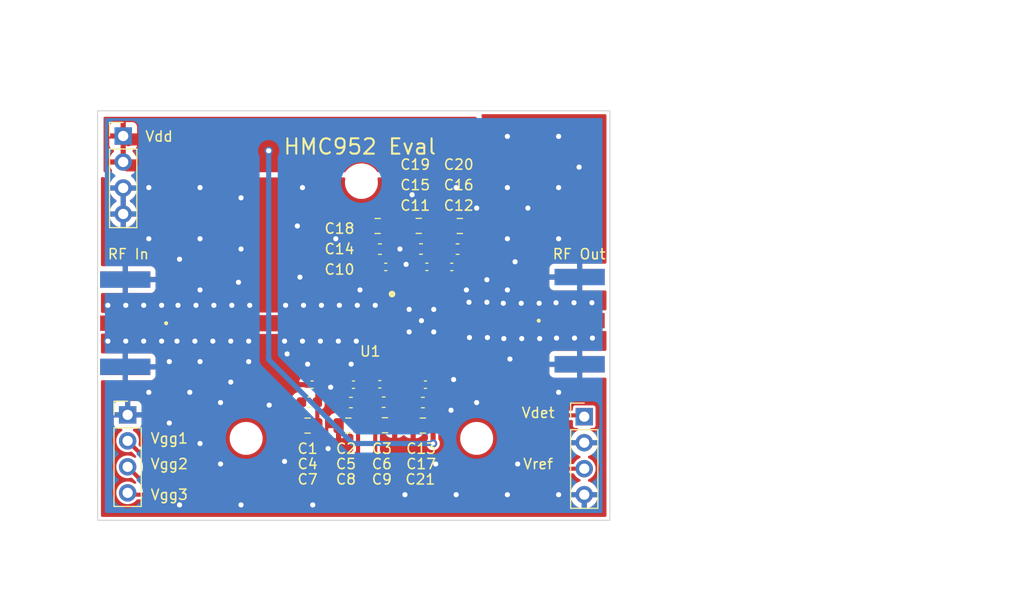
<source format=kicad_pcb>
(kicad_pcb (version 20211014) (generator pcbnew)
  (layers (0 "F.Cu" signal) (31 "B.Cu" signal) (34 "B.Paste" user) (35 "F.Paste" user) (36 "B.SilkS" user "B.Silkscreen") (37 "F.SilkS" user "F.Silkscreen") (38 "B.Mask" user) (39 "F.Mask" user) (44 "Edge.Cuts" user))
  (net 0 "")
  (net 1 "GND")
  (net 2 "/Vd_PA")
  (net 3 "/RF_out")
  (net 4 "/Vdet")
  (net 5 "/RF_In")
  (net 6 "/Vref")
  (net 7 "/Vg_PA1")
  (net 8 "/Vg_PA2")
  (net 9 "/Vg_PA3")
  (footprint "Capacitor_SMD:C_0603_1608Metric" (layer "F.Cu") (at 117.924 110.464 180)
    (fp_text reference "C6" (at 0.174 -6.036) (layer "F.SilkS"))
    (fp_text value "10nF")
    (fp_line (start -0.14058 0.51) (end 0.14058 0.51) (layer "F.SilkS") (width 0.12))
    (fp_line (start -0.14058 -0.51) (end 0.14058 -0.51) (layer "F.SilkS") (width 0.12))
    (pad "1" smd roundrect (at -0.775 0 180) (size 0.9 0.95) (layers "F.Cu" "F.Paste" "F.Mask") (net 1 "GND"))
    (pad "2" smd roundrect (at 0.775 0 180) (size 0.9 0.95) (layers "F.Cu" "F.Paste" "F.Mask") (net 9 "/Vg_PA3"))
  )
  (footprint "Connector_PinHeader_2.54mm:PinHeader_1x04_P2.54mm_Vertical" (layer "F.Cu") (at 92.9325 111.7)
    (fp_text reference "J4" hide)
    (fp_text value "Conn_01x04")
    (fp_line (start -1.33 0) (end -1.33 -1.33) (layer "F.SilkS") (width 0.12))
    (fp_line (start 1.33 1.27) (end 1.33 8.95) (layer "F.SilkS") (width 0.12))
    (fp_line (start -1.33 -1.33) (end 0 -1.33) (layer "F.SilkS") (width 0.12))
    (fp_line (start -1.33 8.95) (end 1.33 8.95) (layer "F.SilkS") (width 0.12))
    (fp_line (start -1.33 1.27) (end 1.33 1.27) (layer "F.SilkS") (width 0.12))
    (fp_line (start -1.33 1.27) (end -1.33 8.95) (layer "F.SilkS") (width 0.12))
    (pad "1" thru_hole rect (at 0 0) (size 1.7 1.7) (drill 1) (layers *.Cu *.Mask) (net 1 "GND"))
    (pad "2" thru_hole oval (at 0 2.54) (size 1.7 1.7) (drill 1) (layers *.Cu *.Mask) (net 7 "/Vg_PA1"))
    (pad "3" thru_hole oval (at 0 5.08) (size 1.7 1.7) (drill 1) (layers *.Cu *.Mask) (net 8 "/Vg_PA2"))
    (pad "4" thru_hole oval (at 0 7.62) (size 1.7 1.7) (drill 1) (layers *.Cu *.Mask) (net 9 "/Vg_PA3"))
  )
  (footprint "MountingHole:MountingHole_2.7mm_M2.5_ISO14580" (layer "F.Cu") (at 127 114)
    (fp_text reference "SCRW3" hide)
    (fp_text value "MountingHole_Pad")
    (pad "" np_thru_hole circle (at 0 0) (size 2.7 2.7) (drill 2.7) (layers *.Cu *.Mask))
  )
  (footprint "Capacitor_SMD:C_0402_1005Metric" (layer "F.Cu") (at 117.543 108.714 180)
    (fp_text reference "C3" (at -0.207 -6.286) (layer "F.SilkS"))
    (fp_text value "100pF")
    (fp_line (start -0.107836 -0.36) (end 0.107836 -0.36) (layer "F.SilkS") (width 0.12))
    (fp_line (start -0.107836 0.36) (end 0.107836 0.36) (layer "F.SilkS") (width 0.12))
    (pad "1" smd roundrect (at -0.48 0 180) (size 0.56 0.62) (layers "F.Cu" "F.Paste" "F.Mask") (net 1 "GND"))
    (pad "2" smd roundrect (at 0.48 0 180) (size 0.56 0.62) (layers "F.Cu" "F.Paste" "F.Mask") (net 9 "/Vg_PA3"))
  )
  (footprint "SamacSys_Footprints:QFN65P500X500X100-25N-D" (layer "F.Cu") (at 121.6125 102.5)
    (fp_text reference "U1" (at -5 3) (layer "F.SilkS"))
    (fp_text value "HMC952ALP5GE" hide)
    (fp_circle (center -2.8745 -2.6) (end -2.8745 -2.4375) (layer "F.SilkS") (width 0.325) (fill none))
    (pad "1" smd rect locked (at -2.45 -1.625 90) (size 0.35 0.85) (layers "F.Cu" "F.Paste" "F.Mask") (net 1 "GND"))
    (pad "2" smd rect locked (at -2.45 -0.975 90) (size 0.35 0.85) (layers "F.Cu" "F.Paste" "F.Mask") (net 1 "GND"))
    (pad "3" smd rect locked (at -2.45 -0.325 90) (size 0.35 0.85) (layers "F.Cu" "F.Paste" "F.Mask") (net 1 "GND"))
    (pad "4" smd rect locked (at -2.45 0.325 90) (size 0.35 0.85) (layers "F.Cu" "F.Paste" "F.Mask") (net 5 "/RF_In"))
    (pad "5" smd rect locked (at -2.45 0.975 90) (size 0.35 0.85) (layers "F.Cu" "F.Paste" "F.Mask") (net 1 "GND"))
    (pad "6" smd rect locked (at -2.45 1.625 90) (size 0.35 0.85) (layers "F.Cu" "F.Paste" "F.Mask") (net 7 "/Vg_PA1"))
    (pad "7" smd rect locked (at -1.625 2.45) (size 0.35 0.85) (layers "F.Cu" "F.Paste" "F.Mask") (net 8 "/Vg_PA2"))
    (pad "8" smd rect locked (at -0.975 2.45) (size 0.35 0.85) (layers "F.Cu" "F.Paste" "F.Mask") (net 9 "/Vg_PA3"))
    (pad "9" smd rect locked (at -0.325 2.45) (size 0.35 0.85) (layers "F.Cu" "F.Paste" "F.Mask") (net 1 "GND"))
    (pad "10" smd rect locked (at 0.325 2.45) (size 0.35 0.85) (layers "F.Cu" "F.Paste" "F.Mask") (net 1 "GND"))
    (pad "11" smd rect locked (at 0.975 2.45) (size 0.35 0.85) (layers "F.Cu" "F.Paste" "F.Mask") (net 2 "/Vd_PA"))
    (pad "12" smd rect locked (at 1.625 2.45) (size 0.35 0.85) (layers "F.Cu" "F.Paste" "F.Mask") (net 6 "/Vref"))
    (pad "13" smd rect locked (at 2.45 1.625 90) (size 0.35 0.85) (layers "F.Cu" "F.Paste" "F.Mask") (net 4 "/Vdet"))
    (pad "14" smd rect locked (at 2.45 0.975 90) (size 0.35 0.85) (layers "F.Cu" "F.Paste" "F.Mask") (net 1 "GND"))
    (pad "15" smd rect locked (at 2.45 0.325 90) (size 0.35 0.85) (layers "F.Cu" "F.Paste" "F.Mask") (net 1 "GND"))
    (pad "16" smd rect locked (at 2.45 -0.325 90) (size 0.35 0.85) (layers "F.Cu" "F.Paste" "F.Mask") (net 3 "/RF_out"))
    (pad "17" smd rect locked (at 2.45 -0.975 90) (size 0.35 0.85) (layers "F.Cu" "F.Paste" "F.Mask") (net 1 "GND"))
    (pad "18" smd rect locked (at 2.45 -1.625 90) (size 0.35 0.85) (layers "F.Cu" "F.Paste" "F.Mask") (net 1 "GND"))
    (pad "19" smd rect locked (at 1.625 -2.45) (size 0.35 0.85) (layers "F.Cu" "F.Paste" "F.Mask") (net 1 "GND"))
    (pad "20" smd rect locked (at 0.975 -2.45) (size 0.35 0.85) (layers "F.Cu" "F.Paste" "F.Mask") (net 2 "/Vd_PA"))
    (pad "21" smd rect locked (at 0.325 -2.45) (size 0.35 0.85) (layers "F.Cu" "F.Paste" "F.Mask") (net 2 "/Vd_PA"))
    (pad "22" smd rect locked (at -0.325 -2.45) (size 0.35 0.85) (layers "F.Cu" "F.Paste" "F.Mask") (net 2 "/Vd_PA"))
    (pad "23" smd rect locked (at -0.975 -2.45) (size 0.35 0.85) (layers "F.Cu" "F.Paste" "F.Mask") (net 1 "GND"))
    (pad "24" smd rect locked (at -1.625 -2.45) (size 0.35 0.85) (layers "F.Cu" "F.Paste" "F.Mask") (net 1 "GND"))
    (pad "25" smd rect locked (at 0 0) (size 3.25 3.25) (layers "F.Cu" "F.Paste" "F.Mask") (net 1 "GND"))
  )
  (footprint "Capacitor_SMD:C_0805_2012Metric" (layer "F.Cu") (at 121.75 112.75)
    (fp_text reference "C21" (at -0.25 5.25) (layer "F.SilkS"))
    (fp_text value "4.7uF")
    (fp_line (start -0.261252 0.735) (end 0.261252 0.735) (layer "F.SilkS") (width 0.12))
    (fp_line (start -0.261252 -0.735) (end 0.261252 -0.735) (layer "F.SilkS") (width 0.12))
    (pad "1" smd roundrect (at -0.95 0) (size 1 1.45) (layers "F.Cu" "F.Paste" "F.Mask") (net 1 "GND"))
    (pad "2" smd roundrect (at 0.95 0) (size 1 1.45) (layers "F.Cu" "F.Paste" "F.Mask") (net 2 "/Vd_PA"))
  )
  (footprint "Capacitor_SMD:C_0805_2012Metric" (layer "F.Cu") (at 114.475 112.75)
    (fp_text reference "C8" (at -0.232252 5.25) (layer "F.SilkS"))
    (fp_text value "4.7uF")
    (fp_line (start -0.261252 0.735) (end 0.261252 0.735) (layer "F.SilkS") (width 0.12))
    (fp_line (start -0.261252 -0.735) (end 0.261252 -0.735) (layer "F.SilkS") (width 0.12))
    (pad "1" smd roundrect (at -0.95 0) (size 1 1.45) (layers "F.Cu" "F.Paste" "F.Mask") (net 1 "GND"))
    (pad "2" smd roundrect (at 0.95 0) (size 1 1.45) (layers "F.Cu" "F.Paste" "F.Mask") (net 8 "/Vg_PA2"))
  )
  (footprint "Capacitor_SMD:C_0805_2012Metric" (layer "F.Cu") (at 125.3575 93.25 180)
    (fp_text reference "C20" (at 0.1075 6) (layer "F.SilkS"))
    (fp_text value "4.7uF")
    (fp_line (start -0.261252 -0.735) (end 0.261252 -0.735) (layer "F.SilkS") (width 0.12))
    (fp_line (start -0.261252 0.735) (end 0.261252 0.735) (layer "F.SilkS") (width 0.12))
    (pad "1" smd roundrect (at -0.95 0 180) (size 1 1.45) (layers "F.Cu" "F.Paste" "F.Mask") (net 1 "GND"))
    (pad "2" smd roundrect (at 0.95 0 180) (size 1 1.45) (layers "F.Cu" "F.Paste" "F.Mask") (net 2 "/Vd_PA"))
  )
  (footprint "Capacitor_SMD:C_0402_1005Metric" (layer "F.Cu") (at 124.5675 97.25 180)
    (fp_text reference "C12" (at -0.6825 6) (layer "F.SilkS"))
    (fp_text value "100pF")
    (fp_line (start -0.107836 -0.36) (end 0.107836 -0.36) (layer "F.SilkS") (width 0.12))
    (fp_line (start -0.107836 0.36) (end 0.107836 0.36) (layer "F.SilkS") (width 0.12))
    (pad "1" smd roundrect (at -0.48 0 180) (size 0.56 0.62) (layers "F.Cu" "F.Paste" "F.Mask") (net 1 "GND"))
    (pad "2" smd roundrect (at 0.48 0 180) (size 0.56 0.62) (layers "F.Cu" "F.Paste" "F.Mask") (net 2 "/Vd_PA"))
  )
  (footprint "Capacitor_SMD:C_0805_2012Metric" (layer "F.Cu") (at 110.497 112.75)
    (fp_text reference "C7" (at 0.003 5.25) (layer "F.SilkS"))
    (fp_text value "4.7uF")
    (fp_line (start -0.261252 -0.735) (end 0.261252 -0.735) (layer "F.SilkS") (width 0.12))
    (fp_line (start -0.261252 0.735) (end 0.261252 0.735) (layer "F.SilkS") (width 0.12))
    (pad "1" smd roundrect (at -0.95 0) (size 1 1.45) (layers "F.Cu" "F.Paste" "F.Mask") (net 1 "GND"))
    (pad "2" smd roundrect (at 0.95 0) (size 1 1.45) (layers "F.Cu" "F.Paste" "F.Mask") (net 7 "/Vg_PA1"))
  )
  (footprint "GGS_Connectors:LINX_CONSMA020.062-G" (layer "F.Cu") (at 90.25 102.75 -90)
    (fp_text reference "J1" hide)
    (fp_text value "SMA")
    (fp_circle (center 0 -6.44) (end 0.1 -6.44) (layer "F.SilkS") (width 0.2) (fill none))
    (pad "1" smd rect (at 0 -2.8 270) (size 1.5 5.6) (layers "F.Cu" "F.Paste" "F.Mask") (net 5 "/RF_In"))
    (pad "S1" smd rect (at -4.26 -2.45 270) (size 1.6 4.9) (layers "F.Cu" "F.Paste" "F.Mask") (net 1 "GND"))
    (pad "S2" smd rect (at 4.26 -2.45 270) (size 1.6 4.9) (layers "F.Cu" "F.Paste" "F.Mask") (net 1 "GND"))
    (pad "S3" smd rect (at -4.26 -2.45 270) (size 1.6 4.9) (layers "B.Cu" "B.Paste" "B.Mask") (net 1 "GND"))
    (pad "S4" smd rect (at 4.26 -2.45 270) (size 1.6 4.9) (layers "B.Cu" "B.Paste" "B.Mask") (net 1 "GND"))
  )
  (footprint "MountingHole:MountingHole_2.7mm_M2.5_ISO14580" (layer "F.Cu") (at 104.5 114)
    (fp_text reference "SCRW2" hide)
    (fp_text value "MountingHole_Pad")
    (pad "" np_thru_hole circle (at 0 0) (size 2.7 2.7) (drill 2.7) (layers *.Cu *.Mask))
  )
  (footprint "Capacitor_SMD:C_0402_1005Metric" (layer "F.Cu") (at 110.939 108.75)
    (fp_text reference "C1" (at -0.439 6.25) (layer "F.SilkS"))
    (fp_text value "100pF")
    (fp_line (start -0.107836 0.36) (end 0.107836 0.36) (layer "F.SilkS") (width 0.12))
    (fp_line (start -0.107836 -0.36) (end 0.107836 -0.36) (layer "F.SilkS") (width 0.12))
    (pad "1" smd roundrect (at -0.48 0) (size 0.56 0.62) (layers "F.Cu" "F.Paste" "F.Mask") (net 1 "GND"))
    (pad "2" smd roundrect (at 0.48 0) (size 0.56 0.62) (layers "F.Cu" "F.Paste" "F.Mask") (net 7 "/Vg_PA1"))
  )
  (footprint "Capacitor_SMD:C_0402_1005Metric" (layer "F.Cu") (at 122 108.75)
    (fp_text reference "C13" (at -0.422 6.25) (layer "F.SilkS"))
    (fp_text value "100pF")
    (fp_line (start -0.107836 0.36) (end 0.107836 0.36) (layer "F.SilkS") (width 0.12))
    (fp_line (start -0.107836 -0.36) (end 0.107836 -0.36) (layer "F.SilkS") (width 0.12))
    (pad "1" smd roundrect (at -0.48 0) (size 0.56 0.62) (layers "F.Cu" "F.Paste" "F.Mask") (net 1 "GND"))
    (pad "2" smd roundrect (at 0.48 0) (size 0.56 0.62) (layers "F.Cu" "F.Paste" "F.Mask") (net 2 "/Vd_PA"))
  )
  (footprint "Capacitor_SMD:C_0603_1608Metric" (layer "F.Cu") (at 121.75 110.5)
    (fp_text reference "C17" (at -0.172 6) (layer "F.SilkS"))
    (fp_text value "10nF")
    (fp_line (start -0.14058 0.51) (end 0.14058 0.51) (layer "F.SilkS") (width 0.12))
    (fp_line (start -0.14058 -0.51) (end 0.14058 -0.51) (layer "F.SilkS") (width 0.12))
    (pad "1" smd roundrect (at -0.775 0) (size 0.9 0.95) (layers "F.Cu" "F.Paste" "F.Mask") (net 1 "GND"))
    (pad "2" smd roundrect (at 0.775 0) (size 0.9 0.95) (layers "F.Cu" "F.Paste" "F.Mask") (net 2 "/Vd_PA"))
  )
  (footprint "Capacitor_SMD:C_0805_2012Metric" (layer "F.Cu") (at 121.3475 93.24)
    (fp_text reference "C19" (at -0.3475 -5.99) (layer "F.SilkS"))
    (fp_text value "4.7uF")
    (fp_line (start -0.261252 -0.735) (end 0.261252 -0.735) (layer "F.SilkS") (width 0.12))
    (fp_line (start -0.261252 0.735) (end 0.261252 0.735) (layer "F.SilkS") (width 0.12))
    (pad "1" smd roundrect (at -0.95 0) (size 1 1.45) (layers "F.Cu" "F.Paste" "F.Mask") (net 1 "GND"))
    (pad "2" smd roundrect (at 0.95 0) (size 1 1.45) (layers "F.Cu" "F.Paste" "F.Mask") (net 2 "/Vd_PA"))
  )
  (footprint "Capacitor_SMD:C_0805_2012Metric" (layer "F.Cu") (at 118.051 112.714 180)
    (fp_text reference "C9" (at 0.301 -5.286) (layer "F.SilkS"))
    (fp_text value "4.7uF")
    (fp_line (start -0.261252 0.735) (end 0.261252 0.735) (layer "F.SilkS") (width 0.12))
    (fp_line (start -0.261252 -0.735) (end 0.261252 -0.735) (layer "F.SilkS") (width 0.12))
    (pad "1" smd roundrect (at -0.95 0 180) (size 1 1.45) (layers "F.Cu" "F.Paste" "F.Mask") (net 1 "GND"))
    (pad "2" smd roundrect (at 0.95 0 180) (size 1 1.45) (layers "F.Cu" "F.Paste" "F.Mask") (net 9 "/Vg_PA3"))
  )
  (footprint "Capacitor_SMD:C_0402_1005Metric" (layer "F.Cu") (at 118.1275 97.25)
    (fp_text reference "C10" (at -4.515 0.25) (layer "F.SilkS"))
    (fp_text value "100pF")
    (fp_line (start -0.107836 -0.36) (end 0.107836 -0.36) (layer "F.SilkS") (width 0.12))
    (fp_line (start -0.107836 0.36) (end 0.107836 0.36) (layer "F.SilkS") (width 0.12))
    (pad "1" smd roundrect (at -0.48 0) (size 0.56 0.62) (layers "F.Cu" "F.Paste" "F.Mask") (net 1 "GND"))
    (pad "2" smd roundrect (at 0.48 0) (size 0.56 0.62) (layers "F.Cu" "F.Paste" "F.Mask") (net 2 "/Vd_PA"))
  )
  (footprint "Capacitor_SMD:C_0603_1608Metric" (layer "F.Cu") (at 125.1375 95.51 180)
    (fp_text reference "C16" (at -0.1125 6.26) (layer "F.SilkS"))
    (fp_text value "10nF")
    (fp_line (start -0.14058 -0.51) (end 0.14058 -0.51) (layer "F.SilkS") (width 0.12))
    (fp_line (start -0.14058 0.51) (end 0.14058 0.51) (layer "F.SilkS") (width 0.12))
    (pad "1" smd roundrect (at -0.775 0 180) (size 0.9 0.95) (layers "F.Cu" "F.Paste" "F.Mask") (net 1 "GND"))
    (pad "2" smd roundrect (at 0.775 0 180) (size 0.9 0.95) (layers "F.Cu" "F.Paste" "F.Mask") (net 2 "/Vd_PA"))
  )
  (footprint "Capacitor_SMD:C_0603_1608Metric" (layer "F.Cu") (at 110.685 110.464)
    (fp_text reference "C4" (at -0.185 6.036) (layer "F.SilkS"))
    (fp_text value "10nF")
    (fp_line (start -0.14058 -0.51) (end 0.14058 -0.51) (layer "F.SilkS") (width 0.12))
    (fp_line (start -0.14058 0.51) (end 0.14058 0.51) (layer "F.SilkS") (width 0.12))
    (pad "1" smd roundrect (at -0.775 0) (size 0.9 0.95) (layers "F.Cu" "F.Paste" "F.Mask") (net 1 "GND"))
    (pad "2" smd roundrect (at 0.775 0) (size 0.9 0.95) (layers "F.Cu" "F.Paste" "F.Mask") (net 7 "/Vg_PA1"))
  )
  (footprint "Connector_PinHeader_2.54mm:PinHeader_1x04_P2.54mm_Vertical" (layer "F.Cu") (at 92.5 84.46)
    (fp_text reference "J3" hide)
    (fp_text value "Conn_01x04")
    (fp_line (start -1.33 -1.33) (end 0 -1.33) (layer "F.SilkS") (width 0.12))
    (fp_line (start -1.33 1.27) (end 1.33 1.27) (layer "F.SilkS") (width 0.12))
    (fp_line (start -1.33 0) (end -1.33 -1.33) (layer "F.SilkS") (width 0.12))
    (fp_line (start 1.33 1.27) (end 1.33 8.95) (layer "F.SilkS") (width 0.12))
    (fp_line (start -1.33 8.95) (end 1.33 8.95) (layer "F.SilkS") (width 0.12))
    (fp_line (start -1.33 1.27) (end -1.33 8.95) (layer "F.SilkS") (width 0.12))
    (pad "1" thru_hole rect (at 0 0) (size 1.7 1.7) (drill 1) (layers *.Cu *.Mask) (net 2 "/Vd_PA"))
    (pad "2" thru_hole oval (at 0 2.54) (size 1.7 1.7) (drill 1) (layers *.Cu *.Mask) (net 2 "/Vd_PA"))
    (pad "3" thru_hole oval (at 0 5.08) (size 1.7 1.7) (drill 1) (layers *.Cu *.Mask) (net 1 "GND"))
    (pad "4" thru_hole oval (at 0 7.62) (size 1.7 1.7) (drill 1) (layers *.Cu *.Mask) (net 1 "GND"))
  )
  (footprint "Connector_PinHeader_2.54mm:PinHeader_1x04_P2.54mm_Vertical" (layer "F.Cu") (at 137.5 111.88)
    (fp_text reference "J5" hide)
    (fp_text value "Conn_01x04")
    (fp_line (start -1.33 8.95) (end 1.33 8.95) (layer "F.SilkS") (width 0.12))
    (fp_line (start -1.33 0) (end -1.33 -1.33) (layer "F.SilkS") (width 0.12))
    (fp_line (start -1.33 -1.33) (end 0 -1.33) (layer "F.SilkS") (width 0.12))
    (fp_line (start -1.33 1.27) (end 1.33 1.27) (layer "F.SilkS") (width 0.12))
    (fp_line (start -1.33 1.27) (end -1.33 8.95) (layer "F.SilkS") (width 0.12))
    (fp_line (start 1.33 1.27) (end 1.33 8.95) (layer "F.SilkS") (width 0.12))
    (pad "1" thru_hole rect (at 0 0) (size 1.7 1.7) (drill 1) (layers *.Cu *.Mask) (net 4 "/Vdet"))
    (pad "2" thru_hole oval (at 0 2.54) (size 1.7 1.7) (drill 1) (layers *.Cu *.Mask) (net 1 "GND"))
    (pad "3" thru_hole oval (at 0 5.08) (size 1.7 1.7) (drill 1) (layers *.Cu *.Mask) (net 6 "/Vref"))
    (pad "4" thru_hole oval (at 0 7.62) (size 1.7 1.7) (drill 1) (layers *.Cu *.Mask) (net 1 "GND"))
  )
  (footprint "Capacitor_SMD:C_0603_1608Metric" (layer "F.Cu") (at 114.725 110.5)
    (fp_text reference "C5" (at -0.482252 6) (layer "F.SilkS"))
    (fp_text value "10nF")
    (fp_line (start -0.14058 -0.51) (end 0.14058 -0.51) (layer "F.SilkS") (width 0.12))
    (fp_line (start -0.14058 0.51) (end 0.14058 0.51) (layer "F.SilkS") (width 0.12))
    (pad "1" smd roundrect (at -0.775 0) (size 0.9 0.95) (layers "F.Cu" "F.Paste" "F.Mask") (net 1 "GND"))
    (pad "2" smd roundrect (at 0.775 0) (size 0.9 0.95) (layers "F.Cu" "F.Paste" "F.Mask") (net 8 "/Vg_PA2"))
  )
  (footprint "Capacitor_SMD:C_0603_1608Metric" (layer "F.Cu") (at 121.5675 95.5)
    (fp_text reference "C15" (at -0.5675 -6.25) (layer "F.SilkS"))
    (fp_text value "10nF")
    (fp_line (start -0.14058 -0.51) (end 0.14058 -0.51) (layer "F.SilkS") (width 0.12))
    (fp_line (start -0.14058 0.51) (end 0.14058 0.51) (layer "F.SilkS") (width 0.12))
    (pad "1" smd roundrect (at -0.775 0) (size 0.9 0.95) (layers "F.Cu" "F.Paste" "F.Mask") (net 1 "GND"))
    (pad "2" smd roundrect (at 0.775 0) (size 0.9 0.95) (layers "F.Cu" "F.Paste" "F.Mask") (net 2 "/Vd_PA"))
  )
  (footprint "GGS_Connectors:LINX_CONSMA020.062-G" (layer "F.Cu") (at 139.5 102.5 90)
    (fp_text reference "J2" hide)
    (fp_text value "SMA")
    (fp_circle (center 0 -6.44) (end 0.1 -6.44) (layer "F.SilkS") (width 0.2) (fill none))
    (pad "1" smd rect (at 0 -2.8 90) (size 1.5 5.6) (layers "F.Cu" "F.Paste" "F.Mask") (net 3 "/RF_out"))
    (pad "S1" smd rect (at -4.26 -2.45 90) (size 1.6 4.9) (layers "F.Cu" "F.Paste" "F.Mask") (net 1 "GND"))
    (pad "S2" smd rect (at 4.26 -2.45 90) (size 1.6 4.9) (layers "F.Cu" "F.Paste" "F.Mask") (net 1 "GND"))
    (pad "S3" smd rect (at -4.26 -2.45 90) (size 1.6 4.9) (layers "B.Cu" "B.Paste" "B.Mask") (net 1 "GND"))
    (pad "S4" smd rect (at 4.26 -2.45 90) (size 1.6 4.9) (layers "B.Cu" "B.Paste" "B.Mask") (net 1 "GND"))
  )
  (footprint "Capacitor_SMD:C_0805_2012Metric" (layer "F.Cu") (at 117.3375 93.25)
    (fp_text reference "C18" (at -3.725 0.25) (layer "F.SilkS"))
    (fp_text value "4.7uF")
    (fp_line (start -0.261252 0.735) (end 0.261252 0.735) (layer "F.SilkS") (width 0.12))
    (fp_line (start -0.261252 -0.735) (end 0.261252 -0.735) (layer "F.SilkS") (width 0.12))
    (pad "1" smd roundrect (at -0.95 0) (size 1 1.45) (layers "F.Cu" "F.Paste" "F.Mask") (net 1 "GND"))
    (pad "2" smd roundrect (at 0.95 0) (size 1 1.45) (layers "F.Cu" "F.Paste" "F.Mask") (net 2 "/Vd_PA"))
  )
  (footprint "Capacitor_SMD:C_0603_1608Metric" (layer "F.Cu") (at 117.5575 95.51)
    (fp_text reference "C14" (at -3.945 -0.01) (layer "F.SilkS"))
    (fp_text value "10nF")
    (fp_line (start -0.14058 0.51) (end 0.14058 0.51) (layer "F.SilkS") (width 0.12))
    (fp_line (start -0.14058 -0.51) (end 0.14058 -0.51) (layer "F.SilkS") (width 0.12))
    (pad "1" smd roundrect (at -0.775 0) (size 0.9 0.95) (layers "F.Cu" "F.Paste" "F.Mask") (net 1 "GND"))
    (pad "2" smd roundrect (at 0.775 0) (size 0.9 0.95) (layers "F.Cu" "F.Paste" "F.Mask") (net 2 "/Vd_PA"))
  )
  (footprint "MountingHole:MountingHole_2.7mm_M2.5_ISO14580" (layer "F.Cu") (at 115.75 89)
    (fp_text reference "SCRW1" hide)
    (fp_text value "MountingHole_Pad")
    (pad "" np_thru_hole circle (at 0 0) (size 2.7 2.7) (drill 2.7) (layers *.Cu *.Mask))
  )
  (footprint "Capacitor_SMD:C_0402_1005Metric" (layer "F.Cu") (at 114.975 108.75)
    (fp_text reference "C2" (at -0.725 6.25) (layer "F.SilkS"))
    (fp_text value "100pF")
    (fp_line (start -0.107836 -0.36) (end 0.107836 -0.36) (layer "F.SilkS") (width 0.12))
    (fp_line (start -0.107836 0.36) (end 0.107836 0.36) (layer "F.SilkS") (width 0.12))
    (pad "1" smd roundrect (at -0.48 0) (size 0.56 0.62) (layers "F.Cu" "F.Paste" "F.Mask") (net 1 "GND"))
    (pad "2" smd roundrect (at 0.48 0) (size 0.56 0.62) (layers "F.Cu" "F.Paste" "F.Mask") (net 8 "/Vg_PA2"))
  )
  (footprint "Capacitor_SMD:C_0402_1005Metric" (layer "F.Cu") (at 122.1375 97.24)
    (fp_text reference "C11" (at -1.1375 -5.99) (layer "F.SilkS"))
    (fp_text value "100pF")
    (fp_line (start -0.107836 -0.36) (end 0.107836 -0.36) (layer "F.SilkS") (width 0.12))
    (fp_line (start -0.107836 0.36) (end 0.107836 0.36) (layer "F.SilkS") (width 0.12))
    (pad "1" smd roundrect (at -0.48 0) (size 0.56 0.62) (layers "F.Cu" "F.Paste" "F.Mask") (net 1 "GND"))
    (pad "2" smd roundrect (at 0.48 0) (size 0.56 0.62) (layers "F.Cu" "F.Paste" "F.Mask") (net 2 "/Vd_PA"))
  )
  (gr_rect (start 90 122) (end 140 82) (layer "Edge.Cuts") (width 0.1) (fill none))
  (gr_text "Vref" (at 133 116.5) (layer "F.SilkS") (effects (font (size 1 1))))
  (gr_text "Vgg1" (at 97 114) (layer "F.SilkS") (effects (font (size 1 1))))
  (gr_text "Vdd" (at 96 84.5) (layer "F.SilkS") (effects (font (size 1 1))))
  (gr_text "Vdet" (at 133 111.5) (layer "F.SilkS") (effects (font (size 1 1))))
  (gr_text "RF In" (at 93 96) (layer "F.SilkS") (effects (font (size 1 1))))
  (gr_text "HMC952 Eval" (at 115.6 85.5) (layer "F.SilkS") (effects (font (size 1.5 1.5) (thickness 0.2))))
  (gr_text "Vgg2" (at 97 116.5) (layer "F.SilkS") (effects (font (size 1 1))))
  (gr_text "RF Out" (at 137 96) (layer "F.SilkS") (effects (font (size 1 1))))
  (gr_text "Vgg3" (at 97 119.5) (layer "F.SilkS") (effects (font (size 1 1))))
  (segment (start 121.2875 102.825) (end 121.6125 102.5) (width 0.25) (layer "F.Cu") (net 1))
  (segment (start 124.0625 101.525) (end 122.5875 101.525) (width 0.25) (layer "F.Cu") (net 1))
  (segment (start 119.1625 101.525) (end 120.6375 101.525) (width 0.25) (layer "F.Cu") (net 1))
  (segment (start 119.9875 100.875) (end 121.6125 102.5) (width 0.25) (layer "F.Cu") (net 1))
  (segment (start 124.0625 102.825) (end 121.9375 102.825) (width 0.25) (layer "F.Cu") (net 1))
  (segment (start 123.2375 100.05) (end 123.2375 100.875) (width 0.25) (layer "F.Cu") (net 1))
  (segment (start 124.0625 103.475) (end 122.5875 103.475) (width 0.25) (layer "F.Cu") (net 1))
  (segment (start 121.9375 102.825) (end 121.6125 102.5) (width 0.25) (layer "F.Cu") (net 1))
  (segment (start 122.5875 101.525) (end 121.6125 102.5) (width 0.25) (layer "F.Cu") (net 1))
  (segment (start 119.1625 103.475) (end 120.6375 103.475) (width 0.25) (layer "F.Cu") (net 1))
  (segment (start 119.1625 102.175) (end 121.2875 102.175) (width 0.25) (layer "F.Cu") (net 1))
  (segment (start 120.6375 100.05) (end 120.6375 101.525) (width 0.25) (layer "F.Cu") (net 1))
  (segment (start 119.1625 100.875) (end 119.9875 100.875) (width 0.25) (layer "F.Cu") (net 1))
  (segment (start 121.2875 104.95) (end 121.2875 102.825) (width 0.25) (layer "F.Cu") (net 1))
  (segment (start 120.6375 101.525) (end 121.6125 102.5) (width 0.25) (layer "F.Cu") (net 1))
  (segment (start 123.2375 100.875) (end 121.6125 102.5) (width 0.25) (layer "F.Cu") (net 1))
  (segment (start 121.9375 104.95) (end 121.9375 102.825) (width 0.25) (layer "F.Cu") (net 1))
  (segment (start 124.0625 100.875) (end 123.2375 100.875) (width 0.25) (layer "F.Cu") (net 1))
  (segment (start 120.6375 103.475) (end 121.6125 102.5) (width 0.25) (layer "F.Cu") (net 1))
  (segment (start 119.9875 100.05) (end 119.9875 100.875) (width 0.25) (layer "F.Cu") (net 1))
  (segment (start 121.2875 102.175) (end 121.6125 102.5) (width 0.25) (layer "F.Cu") (net 1))
  (segment (start 122.5875 103.475) (end 121.6125 102.5) (width 0.25) (layer "F.Cu") (net 1))
  (via (at 100 94.5) (size 0.8) (drill 0.5) (layers "F.Cu" "B.Cu") (net 1))
  (via (at 94.5 101) (size 0.8) (drill 0.5) (layers "F.Cu" "B.Cu") (net 1))
  (via (at 103 104.5) (size 0.8) (drill 0.5) (layers "F.Cu" "B.Cu") (net 1))
  (via (at 124.75 108.25) (size 0.8) (drill 0.5) (layers "F.Cu" "B.Cu") (net 1))
  (via (at 117.1 101) (size 0.8) (drill 0.5) (layers "F.Cu" "B.Cu") (net 1))
  (via (at 130 84.5) (size 0.8) (drill 0.5) (layers "F.Cu" "B.Cu") (net 1))
  (via (at 128.05 104.15) (size 0.8) (drill 0.5) (layers "F.Cu" "B.Cu") (net 1))
  (via (at 128 100.7) (size 0.8) (drill 0.5) (layers "F.Cu" "B.Cu") (net 1))
  (via (at 120.4125 103.6) (size 0.8) (drill 0.5) (layers "F.Cu" "B.Cu") (net 1))
  (via (at 135 119.5) (size 0.8) (drill 0.5) (layers "F.Cu" "B.Cu") (net 1))
  (via (at 100 114.5) (size 0.8) (drill 0.5) (layers "F.Cu" "B.Cu") (net 1))
  (via (at 130.25 106.25) (size 0.8) (drill 0.5) (layers "F.Cu" "B.Cu") (net 1))
  (via (at 110.1 101) (size 0.8) (drill 0.5) (layers "F.Cu" "B.Cu") (net 1))
  (via (at 103.75 98.75) (size 0.8) (drill 0.5) (layers "F.Cu" "B.Cu") (net 1))
  (via (at 103 108.5) (size 0.8) (drill 0.5) (layers "F.Cu" "B.Cu") (net 1))
  (via (at 132 91.5) (size 0.8) (drill 0.5) (layers "F.Cu" "B.Cu") (net 1))
  (via (at 99.6 101) (size 0.8) (drill 0.5) (layers "F.Cu" "B.Cu") (net 1))
  (via (at 110 104.5) (size 0.8) (drill 0.5) (layers "F.Cu" "B.Cu") (net 1))
  (via (at 99 109.5) (size 0.8) (drill 0.5) (layers "F.Cu" "B.Cu") (net 1))
  (via (at 119.5125 95.5) (size 0.8) (drill 0.5) (layers "F.Cu" "B.Cu") (net 1))
  (via (at 106.75 110.75) (size 0.8) (drill 0.5) (layers "F.Cu" "B.Cu") (net 1))
  (via (at 97.75 104.5) (size 0.8) (drill 0.5) (layers "F.Cu" "B.Cu") (net 1))
  (via (at 129.6 100.8) (size 0.8) (drill 0.5) (layers "F.Cu" "B.Cu") (net 1))
  (via (at 104 95.5) (size 0.8) (drill 0.5) (layers "F.Cu" "B.Cu") (net 1))
  (via (at 131.4 104.25) (size 0.8) (drill 0.5) (layers "F.Cu" "B.Cu") (net 1))
  (via (at 114.75 106.75) (size 0.8) (drill 0.5) (layers "F.Cu" "B.Cu") (net 1))
  (via (at 92.75 104.5) (size 0.8) (drill 0.5) (layers "F.Cu" "B.Cu") (net 1))
  (via (at 126.3 104.15) (size 0.8) (drill 0.5) (layers "F.Cu" "B.Cu") (net 1))
  (via (at 102 116.5) (size 0.8) (drill 0.5) (layers "F.Cu" "B.Cu") (net 1))
  (via (at 122.8125 103.6) (size 0.8) (drill 0.5) (layers "F.Cu" "B.Cu") (net 1))
  (via (at 135 109.5) (size 0.8) (drill 0.5) (layers "F.Cu" "B.Cu") (net 1))
  (via (at 101.35 101) (size 0.8) (drill 0.5) (layers "F.Cu" "B.Cu") (net 1))
  (via (at 120.1125 97) (size 0.8) (drill 0.5) (layers "F.Cu" "B.Cu") (net 1))
  (via (at 98 96.5) (size 0.8) (drill 0.5) (layers "F.Cu" "B.Cu") (net 1))
  (via (at 104 90.5) (size 0.8) (drill 0.5) (layers "F.Cu" "B.Cu") (net 1))
  (via (at 127 110.5) (size 0.8) (drill 0.5) (layers "F.Cu" "B.Cu") (net 1))
  (via (at 108.35 101) (size 0.8) (drill 0.5) (layers "F.Cu" "B.Cu") (net 1))
  (via (at 95 109.5) (size 0.8) (drill 0.5) (layers "F.Cu" "B.Cu") (net 1))
  (via (at 109.5 93.25) (size 0.8) (drill 0.5) (layers "F.Cu" "B.Cu") (net 1))
  (via (at 135 94.5) (size 0.8) (drill 0.5) (layers "F.Cu" "B.Cu") (net 1))
  (via (at 98 120.5) (size 0.8) (drill 0.5) (layers "F.Cu" "B.Cu") (net 1))
  (via (at 102 110.5) (size 0.8) (drill 0.5) (layers "F.Cu" "B.Cu") (net 1))
  (via (at 95 94.5) (size 0.8) (drill 0.5) (layers "F.Cu" "B.Cu") (net 1))
  (via (at 136.55 104.2) (size 0.8) (drill 0.5) (layers "F.Cu" "B.Cu") (net 1))
  (via (at 109.75 98.25) (size 0.8) (drill 0.5) (layers "F.Cu" "B.Cu") (net 1))
  (via (at 122.8125 101.4) (size 0.8) (drill 0.5) (layers "F.Cu" "B.Cu") (net 1))
  (via (at 131 116.5) (size 0.8) (drill 0.5) (layers "F.Cu" "B.Cu") (net 1))
  (via (at 100 99.5) (size 0.8) (drill 0.5) (layers "F.Cu" "B.Cu") (net 1))
  (via (at 134.75 100.75) (size 0.8) (drill 0.5) (layers "F.Cu" "B.Cu") (net 1))
  (via (at 127 91.5) (size 0.8) (drill 0.5) (layers "F.Cu" "B.Cu") (net 1))
  (via (at 97 112.5) (size 0.8) (drill 0.5) (layers "F.Cu" "B.Cu") (net 1))
  (via (at 120 119.5) (size 0.8) (drill 0.5) (layers "F.Cu" "B.Cu") (net 1))
  (via (at 94.5 104.5) (size 0.8) (drill 0.5) (layers "F.Cu" "B.Cu") (net 1))
  (via (at 130.75 96.75) (size 0.8) (drill 0.5) (layers "F.Cu" "B.Cu") (net 1))
  (via (at 97.85 101) (size 0.8) (drill 0.5) (layers "F.Cu" "B.Cu") (net 1))
  (via (at 91 101) (size 0.8) (drill 0.5) (layers "F.Cu" "B.Cu") (net 1))
  (via (at 113.25 94.5) (size 0.8) (drill 0.5) (layers "F.Cu" "B.Cu") (net 1))
  (via (at 133.1 100.8) (size 0.8) (drill 0.5) (layers "F.Cu" "B.Cu") (net 1))
  (via (at 125 89.5) (size 0.8) (drill 0.5) (layers "F.Cu" "B.Cu") (net 1))
  (via (at 112.75 109) (size 0.8) (drill 0.5) (layers "F.Cu" "B.Cu") (net 1))
  (via (at 130 119.5) (size 0.8) (drill 0.5) (layers "F.Cu" "B.Cu") (net 1))
  (via (at 96.25 104.5) (size 0.8) (drill 0.5) (layers "F.Cu" "B.Cu") (net 1))
  (via (at 137 87.5) (size 0.8) (drill 0.5) (layers "F.Cu" "B.Cu") (net 1))
  (via (at 124.5 111.25) (size 0.8) (drill 0.5) (layers "F.Cu" "B.Cu") (net 1))
  (via (at 135 89.5) (size 0.8) (drill 0.5) (layers "F.Cu" "B.Cu") (net 1))
  (via (at 133.15 104.25) (size 0.8) (drill 0.5) (layers "F.Cu" "B.Cu") (net 1))
  (via (at 97 106.5) (size 0.8) (drill 0.5) (layers "F.Cu" "B.Cu") (net 1))
  (via (at 99.5 104.5) (size 0.8) (drill 0.5) (layers "F.Cu" "B.Cu") (net 1))
  (via (at 100 106.5) (size 0.8) (drill 0.5) (layers "F.Cu" "B.Cu") (net 1))
  (via (at 104.75 104.5) (size 0.8) (drill 0.5) (layers "F.Cu" "B.Cu") (net 1))
  (via (at 111.85 101) (size 0.8) (drill 0.5) (layers "F.Cu" "B.Cu") (net 1))
  (via (at 95 89.5) (size 0.8) (drill 0.5) (layers "F.Cu" "B.Cu") (net 1))
  (via (at 138.3 104.2) (size 0.8) (drill 0.5) (layers "F.Cu" "B.Cu") (net 1))
  (via (at 115.35 101) (size 0.8) (drill 0.5) (layers "F.Cu" "B.Cu") (net 1))
  (via (at 134.8 104.2) (size 0.8) (drill 0.5) (layers "F.Cu" "B.Cu") (net 1))
  (via (at 96.25 101) (size 0.8) (drill 0.5) (layers "F.Cu" "B.Cu") (net 1))
  (via (at 104.75 106.5) (size 0.8) (drill 0.5) (layers "F.Cu" "B.Cu") (net 1))
  (via (at 120.7 90.2) (size 0.8) (drill 0.5) (layers "F.Cu" "B.Cu") (net 1))
  (via (at 121.6125 102.5) (size 0.8) (drill 0.5) (layers "F.Cu" "B.Cu") (net 1))
  (via (at 113.6 101) (size 0.8) (drill 0.5) (layers "F.Cu" "B.Cu") (net 1))
  (via (at 130 89.5) (size 0.8) (drill 0.5) (layers "F.Cu" "B.Cu") (net 1))
  (via (at 111.75 104.5) (size 0.8) (drill 0.5) (layers "F.Cu" "B.Cu") (net 1))
  (via (at 129.65 104.25) (size 0.8) (drill 0.5) (layers "F.Cu" "B.Cu") (net 1))
  (via (at 120.4125 101.4) (size 0.8) (drill 0.5) (layers "F.Cu" "B.Cu") (net 1))
  (via (at 104 120.5) (size 0.8) (drill 0.5) (layers "F.Cu" "B.Cu") (net 1))
  (via (at 91 104.5) (size 0.8) (drill 0.5) (layers "F.Cu" "B.Cu") (net 1))
  (via (at 125 119.5) (size 0.8) (drill 0.5) (layers "F.Cu" "B.Cu") (net 1))
  (via (at 135 84.5) (size 0.8) (drill 0.5) (layers "F.Cu" "B.Cu") (net 1))
  (via (at 128 98.5) (size 0.8) (drill 0.5) (layers "F.Cu" "B.Cu") (net 1))
  (via (at 112.5 115) (size 0.8) (drill 0.5) (layers "F.Cu" "B.Cu") (net 1))
  (via (at 101.25 104.5) (size 0.8) (drill 0.5) (layers "F.Cu" "B.Cu") (net 1))
  (via (at 92.75 101) (size 0.8) (drill 0.5) (layers "F.Cu" "B.Cu") (net 1))
  (via (at 100 89.5) (size 0.8) (drill 0.5) (layers "F.Cu" "B.Cu") (net 1))
  (via (at 136.5 100.75) (size 0.8) (drill 0.5) (layers "F.Cu" "B.Cu") (net 1))
  (via (at 108.25 104.5) (size 0.8) (drill 0.5) (layers "F.Cu" "B.Cu") (net 1))
  (via (at 130 94.5) (size 0.8) (drill 0.5) (layers "F.Cu" "B.Cu") (net 1))
  (via (at 103.1 101) (size 0.8) (drill 0.5) (layers "F.Cu" "B.Cu") (net 1))
  (via (at 138.25 100.75) (size 0.8) (drill 0.5) (layers "F.Cu" "B.Cu") (net 1))
  (via (at 108.5 105.75) (size 0.8) (drill 0.5) (layers "F.Cu" "B.Cu") (net 1))
  (via (at 111 120.5) (size 0.8) (drill 0.5) (layers "F.Cu" "B.Cu") (net 1))
  (via (at 110.5 106.75) (size 0.8) (drill 0.5) (layers "F.Cu" "B.Cu") (net 1))
  (via (at 110 89.5) (size 0.8) (drill 0.5) (layers "F.Cu" "B.Cu") (net 1))
  (via (at 123 116.5) (size 0.8) (drill 0.5) (layers "F.Cu" "B.Cu") (net 1))
  (via (at 130 99.5) (size 0.8) (drill 0.5) (layers "F.Cu" "B.Cu") (net 1))
  (via (at 104.85 101) (size 0.8) (drill 0.5) (layers "F.Cu" "B.Cu") (net 1))
  (via (at 126.25 100.7) (size 0.8) (drill 0.5) (layers "F.Cu" "B.Cu") (net 1))
  (via (at 108.25 116.25) (size 0.8) (drill 0.5) (layers "F.Cu" "B.Cu") (net 1))
  (via (at 115.6125 99.5) (size 0.8) (drill 0.5) (layers "F.Cu" "B.Cu") (net 1))
  (via (at 131.35 100.8) (size 0.8) (drill 0.5) (layers "F.Cu" "B.Cu") (net 1))
  (via (at 113.5 104.5) (size 0.8) (drill 0.5) (layers "F.Cu" "B.Cu") (net 1))
  (via (at 115.25 104.5) (size 0.8) (drill 0.5) (layers "F.Cu" "B.Cu") (net 1))
  (via (at 126 99.5) (size 0.8) (drill 0.5) (layers "F.Cu" "B.Cu") (net 1))
  (segment (start 124.0875 97.25) (end 124.0875 93.57) (width 0.4) (layer "F.Cu") (net 2))
  (segment (start 122.9825 92.555) (end 123.4 92.1375) (width 1) (layer "F.Cu") (net 2))
  (segment (start 123.7125 92.555) (end 124.4075 93.25) (width 1) (layer "F.Cu") (net 2))
  (segment (start 120.3625 98.25) (end 121.2875 99.175) (width 0.4) (layer "F.Cu") (net 2))
  (segment (start 118.2875 93.25) (end 118.2875 91.3125) (width 1) (layer "F.Cu") (net 2))
  (segment (start 122.5875 112.5805) (end 122.5875 104.95) (width 0.4) (layer "F.Cu") (net 2))
  (segment (start 92.9325 84.885) (end 93.0075 84.96) (width 1) (layer "F.Cu") (net 2))
  (segment (start 122.6125 98) (end 122.6125 93.555) (width 0.4) (layer "F.Cu") (net 2))
  (segment (start 121.2875 99.175) (end 121.2875 100.05) (width 0.4) (layer "F.Cu") (net 2))
  (segment (start 118.6075 97.25) (end 118.6125 97.25) (width 0.4) (layer "F.Cu") (net 2))
  (segment (start 122.6125 93.555) (end 122.2975 93.24) (width 0.4) (layer "F.Cu") (net 2))
  (segment (start 118.8 86.7) (end 119 86.5) (width 1) (layer "F.Cu") (net 2))
  (segment (start 124.0875 93.57) (end 124.4075 93.25) (width 0.4) (layer "F.Cu") (net 2))
  (segment (start 123.4 86.9175) (end 122.9825 86.5) (width 1) (layer "F.Cu") (net 2))
  (segment (start 122.75 114.5) (end 122.75 112.8) (width 0.5) (layer "F.Cu") (net 2))
  (segment (start 118.2875 91.3125) (end 118.8 90.8) (width 1) (layer "F.Cu") (net 2))
  (segment (start 95.4675 87.425) (end 95.9325 86.96) (width 1) (layer "F.Cu") (net 2))
  (segment (start 124.0875 97.525) (end 124.0875 97.25) (width 0.4) (layer "F.Cu") (net 2))
  (segment (start 122.75 112.8) (end 122.7 112.75) (width 0.5) (layer "F.Cu") (net 2))
  (segment (start 92.9325 87.425) (end 95.4675 87.425) (width 1) (layer "F.Cu") (net 2))
  (segment (start 123.7125 92.555) (end 122.9825 92.555) (width 1) (layer "F.Cu") (net 2))
  (segment (start 118.2875 93.25) (end 118.6075 93.57) (width 0.4) (layer "F.Cu") (net 2))
  (segment (start 122.5875 99.025) (end 124.0875 97.525) (width 0.4) (layer "F.Cu") (net 2))
  (segment (start 118.8 90.8) (end 118.8 86.7) (width 1) (layer "F.Cu") (net 2))
  (segment (start 118.6075 93.57) (end 118.6075 97.25) (width 0.4) (layer "F.Cu") (net 2))
  (segment (start 95.8575 84.885) (end 95.9325 84.96) (width 1) (layer "F.Cu") (net 2))
  (segment (start 122.5875 100.05) (end 122.5875 99.025) (width 0.4) (layer "F.Cu") (net 2))
  (segment (start 121.9375 100.05) (end 121.9375 98.675) (width 0.4) (layer "F.Cu") (net 2))
  (segment (start 118.6125 97.25) (end 119.6125 98.25) (width 0.4) (layer "F.Cu") (net 2))
  (segment (start 122.757 112.75) (end 122.5875 112.5805) (width 0.4) (layer "F.Cu") (net 2))
  (segment (start 92.9325 84.885) (end 95.8575 84.885) (width 1) (layer "F.Cu") (net 2))
  (segment (start 123.4 92.1375) (end 123.4 86.9175) (width 1) (layer "F.Cu") (net 2))
  (segment (start 122.9825 92.555) (end 122.2975 93.24) (width 1) (layer "F.Cu") (net 2))
  (segment (start 119.6125 98.25) (end 120.3625 98.25) (width 0.4) (layer "F.Cu") (net 2))
  (segment (start 121.9375 98.675) (end 122.6125 98) (width 0.4) (layer "F.Cu") (net 2))
  (via (at 122.75 114.5) (size 0.8) (drill 0.4) (layers "F.Cu" "B.Cu") (net 2))
  (via (at 106.7 85.9) (size 0.8) (drill 0.5) (layers "F.Cu" "B.Cu") (net 2))
  (segment (start 122.75 114.5) (end 114.9 114.5) (width 0.5) (layer "B.Cu") (net 2))
  (segment (start 114.9 114.5) (end 106.7 106.3) (width 0.5) (layer "B.Cu") (net 2))
  (segment (start 106.7 106.3) (end 106.7 85.9) (width 0.5) (layer "B.Cu") (net 2))
  (segment (start 136.7 102.5) (end 125.8 102.5) (width 1.5875) (layer "F.Cu") (net 3))
  (segment (start 125.1875 102.175) (end 125.2125 102.2) (width 0.4) (layer "F.Cu") (net 3))
  (segment (start 124.0625 102.175) (end 125.1875 102.175) (width 0.4) (layer "F.Cu") (net 3))
  (segment (start 124.625 104.125) (end 132.25 111.75) (width 0.4) (layer "F.Cu") (net 4))
  (segment (start 124.0625 104.125) (end 124.625 104.125) (width 0.4) (layer "F.Cu") (net 4))
  (segment (start 132.25 111.75) (end 137.37 111.75) (width 0.4) (layer "F.Cu") (net 4))
  (segment (start 137.37 111.75) (end 137.5 111.88) (width 0.4) (layer "F.Cu") (net 4))
  (segment (start 119.1625 102.825) (end 118.0375 102.825) (width 0.4) (layer "F.Cu") (net 5))
  (segment (start 93.05 102.75) (end 117.669239 102.75) (width 1.5875) (layer "F.Cu") (net 5))
  (segment (start 124 106.25) (end 125.25 106.25) (width 0.4) (layer "F.Cu") (net 6))
  (segment (start 123.2375 104.95) (end 123.2375 105.4875) (width 0.4) (layer "F.Cu") (net 6))
  (segment (start 135.96 116.96) (end 137.5 116.96) (width 0.4) (layer "F.Cu") (net 6))
  (segment (start 125.25 106.25) (end 135.96 116.96) (width 0.4) (layer "F.Cu") (net 6))
  (segment (start 123.2375 105.4875) (end 124 106.25) (width 0.4) (layer "F.Cu") (net 6))
  (segment (start 92.9325 114.24) (end 96.1925 117.5) (width 0.4) (layer "F.Cu") (net 7))
  (segment (start 111.447 113.004) (end 111.447 112.75) (width 1) (layer "F.Cu") (net 7))
  (segment (start 116.75 105.5) (end 114 105.5) (width 0.4) (layer "F.Cu") (net 7))
  (segment (start 118.125 104.125) (end 116.75 105.5) (width 0.4) (layer "F.Cu") (net 7))
  (segment (start 111.447 115.303) (end 111.447 108.778) (width 0.4) (layer "F.Cu") (net 7))
  (segment (start 109.25 117.5) (end 111.447 115.303) (width 0.4) (layer "F.Cu") (net 7))
  (segment (start 96.1925 117.5) (end 109.25 117.5) (width 0.4) (layer "F.Cu") (net 7))
  (segment (start 111.419 108.081) (end 111.419 108.75) (width 0.4) (layer "F.Cu") (net 7))
  (segment (start 111.447 108.778) (end 111.419 108.75) (width 0.4) (layer "F.Cu") (net 7))
  (segment (start 119.1625 104.125) (end 118.125 104.125) (width 0.4) (layer "F.Cu") (net 7))
  (segment (start 114 105.5) (end 111.419 108.081) (width 0.4) (layer "F.Cu") (net 7))
  (segment (start 115.425 115.325) (end 112.25 118.5) (width 0.4) (layer "F.Cu") (net 8))
  (segment (start 118.8 104.95) (end 119.9875 104.95) (width 0.4) (layer "F.Cu") (net 8))
  (segment (start 115.425 108.325) (end 118.8 104.95) (width 0.4) (layer "F.Cu") (net 8))
  (segment (start 112.25 118.5) (end 94.6525 118.5) (width 0.4) (layer "F.Cu") (net 8))
  (segment (start 94.6525 118.5) (end 92.9325 116.78) (width 0.4) (layer "F.Cu") (net 8))
  (segment (start 115.425 112.75) (end 115.425 108.325) (width 0.4) (layer "F.Cu") (net 8))
  (segment (start 115.425 112.75) (end 115.425 115.325) (width 0.4) (layer "F.Cu") (net 8))
  (segment (start 118.25 107) (end 117.101 108.149) (width 0.4) (layer "F.Cu") (net 9))
  (segment (start 117.101 108.149) (end 117.101 112.714) (width 0.4) (layer "F.Cu") (net 9))
  (segment (start 117.101 115.399) (end 113 119.5) (width 0.4) (layer "F.Cu") (net 9))
  (segment (start 93.1125 119.5) (end 92.9325 119.32) (width 0.4) (layer "F.Cu") (net 9))
  (segment (start 120.6375 105.6125) (end 119.25 107) (width 0.4) (layer "F.Cu") (net 9))
  (segment (start 117.101 112.714) (end 117.101 115.399) (width 0.4) (layer "F.Cu") (net 9))
  (segment (start 120.6375 104.95) (end 120.6375 105.6125) (width 0.4) (layer "F.Cu") (net 9))
  (segment (start 119.25 107) (end 118.25 107) (width 0.4) (layer "F.Cu") (net 9))
  (segment (start 113 119.5) (end 93.1125 119.5) (width 0.4) (layer "F.Cu") (net 9))
  (zone (net 2) (net_name "/Vd_PA") (layer "F.Cu") (priority 1) (connect_pads (clearance 0.508)) (min_thickness 0.254) (fill yes (thermal_gap 0.508) (thermal_bridge_width 0.508))
    (polygon (pts (xy 127 88) (xy 106 88) (xy 90 88) (xy 90 82) (xy 127 82)))
  )
  (zone (net 1) (net_name "GND") (layer "F.Cu") (connect_pads (clearance 0.254)) (min_thickness 0.254) (fill yes (thermal_gap 0.508) (thermal_bridge_width 0.508))
    (polygon (pts (xy 140 122) (xy 90 122) (xy 90 82) (xy 140 82)))
  )
  (zone (net 1) (net_name "GND") (layer "B.Cu") (connect_pads (clearance 0.635)) (min_thickness 0.254) (fill yes (thermal_gap 0.508) (thermal_bridge_width 0.508))
    (polygon (pts (xy 140 122) (xy 90 122) (xy 90 82) (xy 140 82)))
  )
)
</source>
